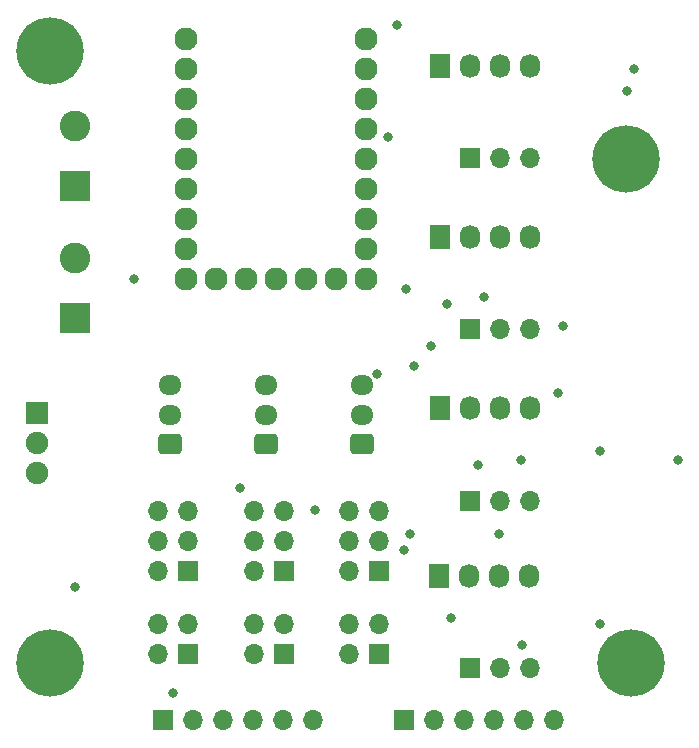
<source format=gbr>
%TF.GenerationSoftware,KiCad,Pcbnew,(6.0.5-0)*%
%TF.CreationDate,2022-09-01T07:50:41+02:00*%
%TF.ProjectId,tiny-fan,74696e79-2d66-4616-9e2e-6b696361645f,rev?*%
%TF.SameCoordinates,Original*%
%TF.FileFunction,Soldermask,Top*%
%TF.FilePolarity,Negative*%
%FSLAX46Y46*%
G04 Gerber Fmt 4.6, Leading zero omitted, Abs format (unit mm)*
G04 Created by KiCad (PCBNEW (6.0.5-0)) date 2022-09-01 07:50:41*
%MOMM*%
%LPD*%
G01*
G04 APERTURE LIST*
G04 Aperture macros list*
%AMRoundRect*
0 Rectangle with rounded corners*
0 $1 Rounding radius*
0 $2 $3 $4 $5 $6 $7 $8 $9 X,Y pos of 4 corners*
0 Add a 4 corners polygon primitive as box body*
4,1,4,$2,$3,$4,$5,$6,$7,$8,$9,$2,$3,0*
0 Add four circle primitives for the rounded corners*
1,1,$1+$1,$2,$3*
1,1,$1+$1,$4,$5*
1,1,$1+$1,$6,$7*
1,1,$1+$1,$8,$9*
0 Add four rect primitives between the rounded corners*
20,1,$1+$1,$2,$3,$4,$5,0*
20,1,$1+$1,$4,$5,$6,$7,0*
20,1,$1+$1,$6,$7,$8,$9,0*
20,1,$1+$1,$8,$9,$2,$3,0*%
G04 Aperture macros list end*
%ADD10R,1.700000X1.700000*%
%ADD11O,1.700000X1.700000*%
%ADD12R,1.730000X2.030000*%
%ADD13O,1.730000X2.030000*%
%ADD14C,5.700000*%
%ADD15RoundRect,0.250000X0.725000X-0.600000X0.725000X0.600000X-0.725000X0.600000X-0.725000X-0.600000X0*%
%ADD16O,1.950000X1.700000*%
%ADD17R,1.910000X1.910000*%
%ADD18C,1.910000*%
%ADD19R,2.600000X2.600000*%
%ADD20C,2.600000*%
%ADD21C,1.955800*%
%ADD22C,0.800000*%
G04 APERTURE END LIST*
D10*
%TO.C,J5*%
X47625000Y-74168000D03*
D11*
X50165000Y-74168000D03*
X52705000Y-74168000D03*
X55245000Y-74168000D03*
X57785000Y-74168000D03*
X60325000Y-74168000D03*
%TD*%
D10*
%TO.C,J4*%
X27178000Y-74168000D03*
D11*
X29718000Y-74168000D03*
X32258000Y-74168000D03*
X34798000Y-74168000D03*
X37338000Y-74168000D03*
X39878000Y-74168000D03*
%TD*%
D12*
%TO.C,FAN1*%
X50698000Y-18801000D03*
D13*
X53238000Y-18801000D03*
X55778000Y-18801000D03*
X58318000Y-18801000D03*
%TD*%
D12*
%TO.C,FAN2*%
X50698000Y-33228000D03*
D13*
X53238000Y-33228000D03*
X55778000Y-33228000D03*
X58318000Y-33228000D03*
%TD*%
D10*
%TO.C,J3*%
X45522000Y-68585000D03*
D11*
X42982000Y-68585000D03*
X45522000Y-66045000D03*
X42982000Y-66045000D03*
%TD*%
D14*
%TO.C,REF2*%
X17668000Y-69342000D03*
%TD*%
%TO.C,REF1*%
X17668000Y-17531000D03*
%TD*%
D10*
%TO.C,J2*%
X37419500Y-68585000D03*
D11*
X34879500Y-68585000D03*
X37419500Y-66045000D03*
X34879500Y-66045000D03*
%TD*%
D14*
%TO.C,REF4*%
X66802000Y-69342000D03*
%TD*%
D15*
%TO.C,AUX1*%
X27817000Y-50800000D03*
D16*
X27817000Y-48300000D03*
X27817000Y-45800000D03*
%TD*%
D10*
%TO.C,FAN3PWR1*%
X53198000Y-55626000D03*
D11*
X55738000Y-55626000D03*
X58278000Y-55626000D03*
%TD*%
D14*
%TO.C,REF3*%
X66436000Y-26675000D03*
%TD*%
D12*
%TO.C,FAN3*%
X50698000Y-47752000D03*
D13*
X53238000Y-47752000D03*
X55778000Y-47752000D03*
X58318000Y-47752000D03*
%TD*%
D10*
%TO.C,J1*%
X29317000Y-68585000D03*
D11*
X26777000Y-68585000D03*
X29317000Y-66045000D03*
X26777000Y-66045000D03*
%TD*%
D15*
%TO.C,AUX3*%
X44022000Y-50800000D03*
D16*
X44022000Y-48300000D03*
X44022000Y-45800000D03*
%TD*%
D17*
%TO.C,U1*%
X16504000Y-48169500D03*
D18*
X16504000Y-50719500D03*
X16504000Y-53269500D03*
%TD*%
D10*
%TO.C,AUX2PWR1*%
X37419500Y-61517500D03*
D11*
X34879500Y-61517500D03*
X37419500Y-58977500D03*
X34879500Y-58977500D03*
X37419500Y-56437500D03*
X34879500Y-56437500D03*
%TD*%
D10*
%TO.C,AUX1PWR1*%
X29317000Y-61517500D03*
D11*
X26777000Y-61517500D03*
X29317000Y-58977500D03*
X26777000Y-58977500D03*
X29317000Y-56437500D03*
X26777000Y-56437500D03*
%TD*%
D15*
%TO.C,AUX2*%
X35919500Y-50800000D03*
D16*
X35919500Y-48300000D03*
X35919500Y-45800000D03*
%TD*%
D19*
%TO.C,5VIN1*%
X19751000Y-40142000D03*
D20*
X19751000Y-35062000D03*
%TD*%
D21*
%TO.C,U2*%
X44398000Y-16482781D03*
X44398000Y-19022781D03*
X44398000Y-21562781D03*
X44398000Y-24102781D03*
X44398000Y-26642781D03*
X44398000Y-29182781D03*
X44398000Y-31722781D03*
X44398000Y-34262781D03*
X44398000Y-36802781D03*
X41858000Y-36802781D03*
X39318000Y-36802781D03*
X36778000Y-36802781D03*
X34238000Y-36802781D03*
X31698000Y-36802781D03*
X29158000Y-36802781D03*
X29158000Y-34262781D03*
X29158000Y-31722781D03*
X29158000Y-29182781D03*
X29158000Y-26642781D03*
X29158000Y-24102781D03*
X29158000Y-21562781D03*
X29158000Y-19022781D03*
X29158000Y-16482781D03*
%TD*%
D10*
%TO.C,AUX3PWR1*%
X45522000Y-61517500D03*
D11*
X42982000Y-61517500D03*
X45522000Y-58977500D03*
X42982000Y-58977500D03*
X45522000Y-56437500D03*
X42982000Y-56437500D03*
%TD*%
D10*
%TO.C,FAN2PWR1*%
X53198000Y-41021000D03*
D11*
X55738000Y-41021000D03*
X58278000Y-41021000D03*
%TD*%
D12*
%TO.C,FAN4*%
X50556000Y-61930000D03*
D13*
X53096000Y-61930000D03*
X55636000Y-61930000D03*
X58176000Y-61930000D03*
%TD*%
D19*
%TO.C,24VIN1*%
X19751000Y-28966000D03*
D20*
X19751000Y-23886000D03*
%TD*%
D10*
%TO.C,FAN1PWR1*%
X53198000Y-26575000D03*
D11*
X55738000Y-26575000D03*
X58278000Y-26575000D03*
%TD*%
D10*
%TO.C,FAN4PWR1*%
X53198000Y-69723000D03*
D11*
X55738000Y-69723000D03*
X58278000Y-69723000D03*
%TD*%
D22*
X19751000Y-62861500D03*
X66506500Y-20894600D03*
X64173500Y-66066500D03*
X64173500Y-51422300D03*
X45320200Y-44845700D03*
X55636000Y-58380000D03*
X48149700Y-58380000D03*
X57637700Y-67791800D03*
X48476500Y-44195800D03*
X47751200Y-37626700D03*
X33755400Y-54505300D03*
X49857000Y-42503200D03*
X46990900Y-15299600D03*
X67081200Y-19050000D03*
X70797700Y-52117100D03*
X51586300Y-65514100D03*
X46265100Y-24757600D03*
X53852800Y-52578000D03*
X51214900Y-38975200D03*
X54373300Y-38302900D03*
X57559900Y-52116700D03*
X61088700Y-40824300D03*
X40085500Y-56357700D03*
X47573600Y-59775000D03*
X60647900Y-46482000D03*
X24748900Y-36802800D03*
X28022800Y-71893900D03*
M02*

</source>
